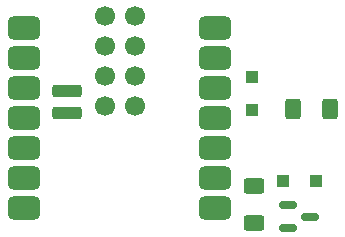
<source format=gbr>
%TF.GenerationSoftware,KiCad,Pcbnew,9.0.1*%
%TF.CreationDate,2025-04-11T12:26:53-04:00*%
%TF.ProjectId,Pneumatactors_1Xiao_CompactControl_Battery,506e6575-6d61-4746-9163-746f72735f31,rev?*%
%TF.SameCoordinates,Original*%
%TF.FileFunction,Paste,Top*%
%TF.FilePolarity,Positive*%
%FSLAX46Y46*%
G04 Gerber Fmt 4.6, Leading zero omitted, Abs format (unit mm)*
G04 Created by KiCad (PCBNEW 9.0.1) date 2025-04-11 12:26:53*
%MOMM*%
%LPD*%
G01*
G04 APERTURE LIST*
G04 Aperture macros list*
%AMRoundRect*
0 Rectangle with rounded corners*
0 $1 Rounding radius*
0 $2 $3 $4 $5 $6 $7 $8 $9 X,Y pos of 4 corners*
0 Add a 4 corners polygon primitive as box body*
4,1,4,$2,$3,$4,$5,$6,$7,$8,$9,$2,$3,0*
0 Add four circle primitives for the rounded corners*
1,1,$1+$1,$2,$3*
1,1,$1+$1,$4,$5*
1,1,$1+$1,$6,$7*
1,1,$1+$1,$8,$9*
0 Add four rect primitives between the rounded corners*
20,1,$1+$1,$2,$3,$4,$5,0*
20,1,$1+$1,$4,$5,$6,$7,0*
20,1,$1+$1,$6,$7,$8,$9,0*
20,1,$1+$1,$8,$9,$2,$3,0*%
G04 Aperture macros list end*
%ADD10RoundRect,0.150000X-0.587500X-0.150000X0.587500X-0.150000X0.587500X0.150000X-0.587500X0.150000X0*%
%ADD11RoundRect,0.250000X-0.300000X-0.300000X0.300000X-0.300000X0.300000X0.300000X-0.300000X0.300000X0*%
%ADD12RoundRect,0.250000X-0.625000X0.400000X-0.625000X-0.400000X0.625000X-0.400000X0.625000X0.400000X0*%
%ADD13RoundRect,0.250000X-0.400000X-0.625000X0.400000X-0.625000X0.400000X0.625000X-0.400000X0.625000X0*%
%ADD14RoundRect,0.250000X-0.300000X0.300000X-0.300000X-0.300000X0.300000X-0.300000X0.300000X0.300000X0*%
%ADD15RoundRect,0.500000X-0.875000X-0.500000X0.875000X-0.500000X0.875000X0.500000X-0.875000X0.500000X0*%
%ADD16RoundRect,0.275000X0.975000X0.275000X-0.975000X0.275000X-0.975000X-0.275000X0.975000X-0.275000X0*%
%ADD17C,1.700000*%
G04 APERTURE END LIST*
D10*
%TO.C,Q3*%
X39702500Y-38928000D03*
X39702500Y-40828000D03*
X41577500Y-39878000D03*
%TD*%
D11*
%TO.C,D4*%
X39240000Y-36830000D03*
X42040000Y-36830000D03*
%TD*%
D12*
%TO.C,R6*%
X36830000Y-37312000D03*
X36830000Y-40412000D03*
%TD*%
D13*
%TO.C,R3*%
X40106000Y-30734000D03*
X43206000Y-30734000D03*
%TD*%
D14*
%TO.C,D1*%
X36594000Y-28068000D03*
X36594000Y-30868000D03*
%TD*%
D15*
%TO.C,U2*%
X17363000Y-23876000D03*
X17363000Y-26416000D03*
X17363000Y-28956000D03*
X17363000Y-31496000D03*
X17363000Y-34036000D03*
X17363000Y-36576000D03*
X17363000Y-39116000D03*
X33528000Y-39116000D03*
X33528000Y-36576000D03*
X33528000Y-34036000D03*
X33528000Y-31496000D03*
X33528000Y-28956000D03*
X33528000Y-26416000D03*
X33528000Y-23876000D03*
D16*
X20973000Y-31114000D03*
X20973000Y-29209000D03*
D17*
X24148000Y-22864000D03*
X26688000Y-22864000D03*
X24148000Y-25404000D03*
X26688000Y-25404000D03*
X24148000Y-27944000D03*
X26688000Y-27944000D03*
X24148000Y-30484000D03*
X26688000Y-30484000D03*
%TD*%
M02*

</source>
